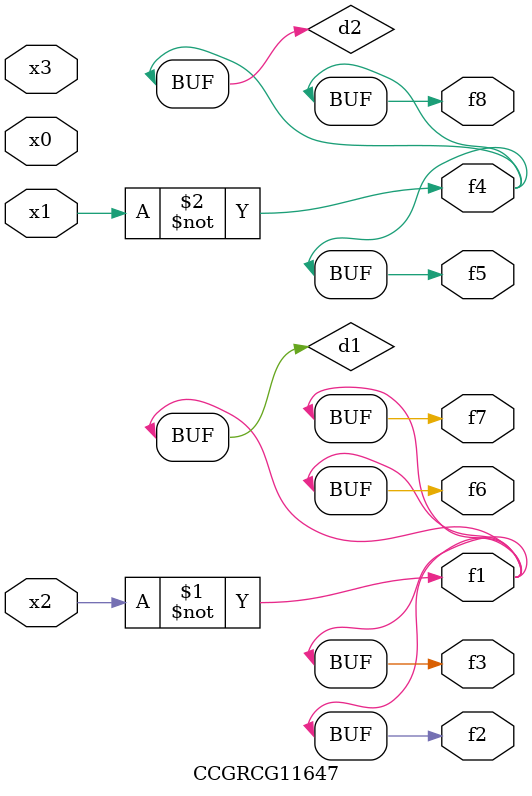
<source format=v>
module CCGRCG11647(
	input x0, x1, x2, x3,
	output f1, f2, f3, f4, f5, f6, f7, f8
);

	wire d1, d2;

	xnor (d1, x2);
	not (d2, x1);
	assign f1 = d1;
	assign f2 = d1;
	assign f3 = d1;
	assign f4 = d2;
	assign f5 = d2;
	assign f6 = d1;
	assign f7 = d1;
	assign f8 = d2;
endmodule

</source>
